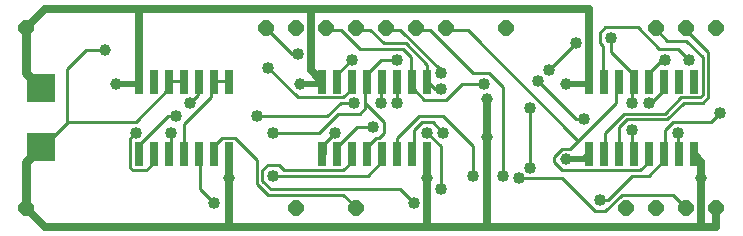
<source format=gtl>
G75*
%MOIN*%
%OFA0B0*%
%FSLAX25Y25*%
%IPPOS*%
%LPD*%
%AMOC8*
5,1,8,0,0,1.08239X$1,22.5*
%
%ADD10OC8,0.05150*%
%ADD11R,0.02600X0.08000*%
%ADD12R,0.09449X0.09449*%
%ADD13C,0.01000*%
%ADD14C,0.04000*%
%ADD15C,0.03000*%
%ADD16C,0.02500*%
%ADD17C,0.03962*%
%ADD18C,0.02000*%
D10*
X0012750Y0010250D03*
X0102750Y0010250D03*
X0122750Y0010250D03*
X0212750Y0010250D03*
X0222750Y0010250D03*
X0232750Y0010250D03*
X0242750Y0010250D03*
X0242750Y0070250D03*
X0232750Y0070250D03*
X0222750Y0070250D03*
X0172750Y0070250D03*
X0152750Y0070250D03*
X0142750Y0070250D03*
X0132750Y0070250D03*
X0122750Y0070250D03*
X0112750Y0070250D03*
X0102750Y0070250D03*
X0092750Y0070250D03*
X0012750Y0070250D03*
D11*
X0050250Y0052350D03*
X0055250Y0052350D03*
X0060250Y0052350D03*
X0065250Y0052350D03*
X0070250Y0052350D03*
X0075250Y0052350D03*
X0080250Y0052350D03*
X0111500Y0052350D03*
X0116500Y0052350D03*
X0121500Y0052350D03*
X0126500Y0052350D03*
X0131500Y0052350D03*
X0136500Y0052350D03*
X0141500Y0052350D03*
X0146500Y0052350D03*
X0200250Y0052350D03*
X0205250Y0052350D03*
X0210250Y0052350D03*
X0215250Y0052350D03*
X0220250Y0052350D03*
X0225250Y0052350D03*
X0230250Y0052350D03*
X0235250Y0052350D03*
X0235250Y0028150D03*
X0230250Y0028150D03*
X0225250Y0028150D03*
X0220250Y0028150D03*
X0215250Y0028150D03*
X0210250Y0028150D03*
X0205250Y0028150D03*
X0200250Y0028150D03*
X0146500Y0028150D03*
X0141500Y0028150D03*
X0136500Y0028150D03*
X0131500Y0028150D03*
X0126500Y0028150D03*
X0121500Y0028150D03*
X0116500Y0028150D03*
X0111500Y0028150D03*
X0080250Y0028150D03*
X0075250Y0028150D03*
X0070250Y0028150D03*
X0065250Y0028150D03*
X0060250Y0028150D03*
X0055250Y0028150D03*
X0050250Y0028150D03*
D12*
X0017750Y0030407D03*
X0017750Y0050093D03*
D13*
X0026500Y0056500D02*
X0026500Y0039200D01*
X0026750Y0038950D01*
X0018650Y0030850D01*
X0017750Y0030407D01*
X0026750Y0038950D02*
X0049250Y0038950D01*
X0060050Y0049750D01*
X0060050Y0051550D01*
X0060250Y0052350D01*
X0060950Y0052450D01*
X0064550Y0052450D01*
X0065250Y0052350D01*
X0069950Y0051550D02*
X0070250Y0052350D01*
X0069950Y0051550D02*
X0069950Y0047950D01*
X0067250Y0045250D01*
X0074450Y0047050D02*
X0074450Y0051550D01*
X0075250Y0052350D01*
X0075350Y0052450D01*
X0079850Y0052450D01*
X0080250Y0052350D01*
X0093350Y0056950D02*
X0103250Y0047050D01*
X0118550Y0047050D01*
X0121250Y0049750D01*
X0121250Y0051550D01*
X0121500Y0052350D01*
X0125750Y0051550D02*
X0126500Y0052350D01*
X0126650Y0052450D01*
X0126650Y0055150D01*
X0131150Y0059650D01*
X0136550Y0059650D01*
X0138350Y0063250D02*
X0141050Y0060550D01*
X0141050Y0052450D01*
X0141500Y0052350D01*
X0141950Y0051550D01*
X0141950Y0049750D01*
X0145550Y0046150D01*
X0152750Y0046150D01*
X0158150Y0051550D01*
X0165350Y0051550D01*
X0167150Y0055150D02*
X0171650Y0050650D01*
X0171650Y0020950D01*
X0177050Y0020050D02*
X0191450Y0020050D01*
X0202250Y0009250D01*
X0205850Y0009250D01*
X0211250Y0014650D01*
X0228350Y0014650D01*
X0232750Y0010250D01*
X0214850Y0020950D02*
X0206750Y0012850D01*
X0204050Y0012850D01*
X0214850Y0020950D02*
X0220250Y0020950D01*
X0224750Y0025450D01*
X0224750Y0028150D01*
X0225250Y0028150D01*
X0225650Y0028150D01*
X0225650Y0036250D01*
X0228350Y0038950D01*
X0241100Y0038950D01*
X0244000Y0041850D01*
X0240050Y0047050D02*
X0238250Y0045250D01*
X0231950Y0045250D01*
X0226550Y0039850D01*
X0213050Y0039850D01*
X0210350Y0037150D01*
X0210350Y0028150D01*
X0210250Y0028150D01*
X0205850Y0028150D02*
X0205250Y0028150D01*
X0205850Y0028150D02*
X0205850Y0035350D01*
X0212150Y0041650D01*
X0225650Y0041650D01*
X0231050Y0047050D01*
X0237350Y0047050D01*
X0238250Y0047950D01*
X0238250Y0060550D01*
X0232850Y0065950D01*
X0226550Y0065950D01*
X0222950Y0069550D01*
X0222750Y0070250D01*
X0216650Y0070450D02*
X0223850Y0063250D01*
X0230150Y0063250D01*
X0233750Y0059650D01*
X0240050Y0062350D02*
X0232850Y0069550D01*
X0232750Y0070250D01*
X0216650Y0070450D02*
X0205850Y0070450D01*
X0204050Y0068650D01*
X0204050Y0065050D01*
X0204950Y0064150D01*
X0204950Y0052450D01*
X0205250Y0052350D01*
X0209450Y0051550D02*
X0210250Y0052350D01*
X0209450Y0051550D02*
X0209450Y0045250D01*
X0196850Y0032650D01*
X0159950Y0069550D01*
X0152750Y0069550D01*
X0152750Y0070250D01*
X0147350Y0069550D02*
X0161750Y0055150D01*
X0167150Y0055150D01*
X0150950Y0055150D02*
X0150950Y0056050D01*
X0137450Y0069550D01*
X0132950Y0069550D01*
X0132750Y0070250D01*
X0132050Y0065050D02*
X0127550Y0069550D01*
X0123050Y0069550D01*
X0122750Y0070250D01*
X0117650Y0069550D02*
X0123950Y0063250D01*
X0138350Y0063250D01*
X0139250Y0065050D02*
X0146450Y0057850D01*
X0146450Y0052450D01*
X0146500Y0052350D01*
X0147350Y0051550D01*
X0149150Y0049750D01*
X0150950Y0049750D01*
X0136550Y0051550D02*
X0136550Y0045250D01*
X0131150Y0045250D02*
X0131150Y0051550D01*
X0131500Y0052350D01*
X0136500Y0052350D02*
X0136550Y0051550D01*
X0125750Y0051550D02*
X0125750Y0045250D01*
X0132050Y0038950D01*
X0132050Y0035350D01*
X0130250Y0033550D01*
X0129350Y0033550D01*
X0126650Y0030850D01*
X0126650Y0028150D01*
X0126500Y0028150D01*
X0131150Y0028150D02*
X0131500Y0028150D01*
X0131150Y0028150D02*
X0131150Y0025450D01*
X0126650Y0020950D01*
X0095150Y0020950D01*
X0091550Y0019150D02*
X0091550Y0022750D01*
X0093350Y0024550D01*
X0096950Y0024550D01*
X0098750Y0022750D01*
X0118550Y0022750D01*
X0121250Y0025450D01*
X0121250Y0028150D01*
X0121500Y0028150D01*
X0116750Y0028150D02*
X0116500Y0028150D01*
X0116750Y0028150D02*
X0116750Y0030850D01*
X0123050Y0037150D01*
X0128450Y0037150D01*
X0123950Y0041650D02*
X0116750Y0041650D01*
X0110450Y0035350D01*
X0095150Y0035350D01*
X0089750Y0026350D02*
X0082550Y0033550D01*
X0078050Y0033550D01*
X0075350Y0030850D01*
X0075350Y0028150D01*
X0075250Y0028150D01*
X0070850Y0028150D02*
X0070250Y0028150D01*
X0070850Y0028150D02*
X0070850Y0016450D01*
X0075350Y0011950D01*
X0089750Y0018250D02*
X0093350Y0014650D01*
X0118550Y0014650D01*
X0122150Y0011050D01*
X0122750Y0010250D01*
X0137450Y0016450D02*
X0141950Y0011950D01*
X0137450Y0016450D02*
X0094250Y0016450D01*
X0091550Y0019150D01*
X0089750Y0018250D02*
X0089750Y0026350D01*
X0111500Y0028150D02*
X0112250Y0028150D01*
X0112250Y0031750D01*
X0115850Y0035350D01*
X0113150Y0040750D02*
X0117650Y0045250D01*
X0122150Y0045250D01*
X0125750Y0045250D02*
X0125750Y0043450D01*
X0123950Y0041650D01*
X0113150Y0040750D02*
X0089750Y0040750D01*
X0074450Y0047050D02*
X0065450Y0038050D01*
X0065450Y0028150D01*
X0065250Y0028150D01*
X0060950Y0028150D02*
X0060250Y0028150D01*
X0060950Y0028150D02*
X0060950Y0035350D01*
X0060050Y0040750D02*
X0051050Y0031750D01*
X0051050Y0028150D01*
X0050250Y0028150D01*
X0054650Y0028150D02*
X0055250Y0028150D01*
X0054650Y0028150D02*
X0054650Y0024550D01*
X0052850Y0022750D01*
X0048350Y0022750D01*
X0047450Y0023650D01*
X0047450Y0033550D01*
X0049250Y0035350D01*
X0060050Y0040750D02*
X0062750Y0040750D01*
X0032760Y0062760D02*
X0026500Y0056500D01*
X0032760Y0062760D02*
X0039010Y0062760D01*
X0092750Y0070250D02*
X0093350Y0069550D01*
X0101450Y0061450D01*
X0103250Y0061450D01*
X0116750Y0055150D02*
X0121250Y0059650D01*
X0116750Y0055150D02*
X0116750Y0052450D01*
X0116500Y0052350D01*
X0132050Y0065050D02*
X0139250Y0065050D01*
X0142850Y0069550D02*
X0142750Y0070250D01*
X0142850Y0069550D02*
X0147350Y0069550D01*
X0117650Y0069550D02*
X0113150Y0069550D01*
X0112750Y0070250D01*
X0183350Y0052450D02*
X0195950Y0039850D01*
X0198650Y0039850D01*
X0214850Y0036250D02*
X0214850Y0028150D01*
X0215250Y0028150D01*
X0220250Y0028150D02*
X0220250Y0025450D01*
X0217550Y0022750D01*
X0191450Y0022750D01*
X0188750Y0025450D01*
X0188750Y0027250D01*
X0191450Y0029950D01*
X0194150Y0029950D01*
X0196850Y0032650D01*
X0180650Y0023650D02*
X0180650Y0043450D01*
X0161750Y0030850D02*
X0151850Y0040750D01*
X0143750Y0040750D01*
X0136550Y0033550D01*
X0136550Y0028150D01*
X0136500Y0028150D01*
X0141500Y0028150D02*
X0141950Y0028150D01*
X0141950Y0036250D01*
X0144650Y0038950D01*
X0148250Y0038950D01*
X0151850Y0035350D01*
X0150950Y0030850D02*
X0146450Y0035350D01*
X0150950Y0030850D02*
X0150950Y0016450D01*
X0161750Y0020950D02*
X0161750Y0030850D01*
X0214850Y0045250D02*
X0214850Y0051550D01*
X0215250Y0052350D01*
X0214850Y0052450D01*
X0214850Y0055150D01*
X0207650Y0062350D01*
X0207650Y0066850D01*
X0195950Y0065050D02*
X0186950Y0056050D01*
X0220250Y0055150D02*
X0220250Y0052350D01*
X0224750Y0051550D02*
X0225250Y0052350D01*
X0224750Y0051550D02*
X0224750Y0048850D01*
X0221150Y0045250D01*
X0220250Y0045250D01*
X0240050Y0047050D02*
X0240050Y0062350D01*
X0225650Y0059650D02*
X0224750Y0059650D01*
X0220250Y0055150D01*
X0230150Y0035350D02*
X0230150Y0028150D01*
X0230250Y0028150D01*
D14*
X0230150Y0035350D03*
X0214850Y0036250D03*
X0198650Y0039850D03*
X0214850Y0045250D03*
X0220250Y0045250D03*
X0244000Y0041850D03*
X0186950Y0056050D03*
X0183350Y0052450D03*
X0165350Y0051550D03*
X0150950Y0049750D03*
X0136550Y0045250D03*
X0131150Y0045250D03*
X0122150Y0045250D03*
X0128450Y0037150D03*
X0115850Y0035350D03*
X0095150Y0035350D03*
X0089750Y0040750D03*
X0067250Y0045250D03*
X0062750Y0040750D03*
X0060950Y0035350D03*
X0049250Y0035350D03*
X0095150Y0020950D03*
X0075350Y0011950D03*
X0141950Y0011950D03*
X0150950Y0016450D03*
X0161750Y0020950D03*
X0171650Y0020950D03*
X0177050Y0020050D03*
X0180650Y0023650D03*
X0204050Y0012850D03*
X0151850Y0035350D03*
X0146450Y0035350D03*
X0180650Y0043450D03*
X0150950Y0055150D03*
X0136550Y0059650D03*
X0121250Y0059650D03*
X0103250Y0061450D03*
X0093350Y0056950D03*
X0195950Y0065050D03*
X0207650Y0066850D03*
X0225650Y0059650D03*
X0233750Y0059650D03*
D15*
X0017750Y0050093D02*
X0012750Y0055093D01*
X0012750Y0070250D01*
X0017750Y0030407D02*
X0012750Y0025407D01*
X0012750Y0010250D01*
D16*
X0019000Y0004000D01*
X0080250Y0004000D01*
X0080250Y0020250D01*
X0080250Y0028150D01*
X0146500Y0028150D02*
X0146500Y0020250D01*
X0146500Y0004000D01*
X0166500Y0004000D01*
X0166500Y0034000D01*
X0166500Y0046500D01*
X0200250Y0052350D02*
X0200250Y0076500D01*
X0107750Y0076500D01*
X0107750Y0056100D01*
X0111500Y0052350D01*
X0050250Y0052350D02*
X0050250Y0076500D01*
X0019000Y0076500D01*
X0012750Y0070250D01*
X0050250Y0076500D02*
X0107750Y0076500D01*
X0235250Y0028150D02*
X0237750Y0025650D01*
X0237750Y0020250D01*
X0237750Y0004000D01*
X0242750Y0004000D01*
X0242750Y0010250D01*
X0237750Y0004000D02*
X0166500Y0004000D01*
X0146500Y0004000D02*
X0080250Y0004000D01*
D17*
X0080250Y0020250D03*
X0146500Y0020250D03*
X0166500Y0034000D03*
X0192750Y0026500D03*
X0237750Y0020250D03*
X0166500Y0046500D03*
X0192750Y0051500D03*
X0104000Y0051500D03*
X0042750Y0051500D03*
X0039010Y0062760D03*
D18*
X0050250Y0052350D02*
X0049400Y0051500D01*
X0042750Y0051500D01*
X0104000Y0051500D02*
X0110650Y0051500D01*
X0111500Y0052350D01*
X0192750Y0051500D02*
X0199400Y0051500D01*
X0200250Y0052350D01*
X0200250Y0028150D02*
X0198600Y0026500D01*
X0192750Y0026500D01*
X0199850Y0027750D02*
X0200250Y0028150D01*
M02*

</source>
